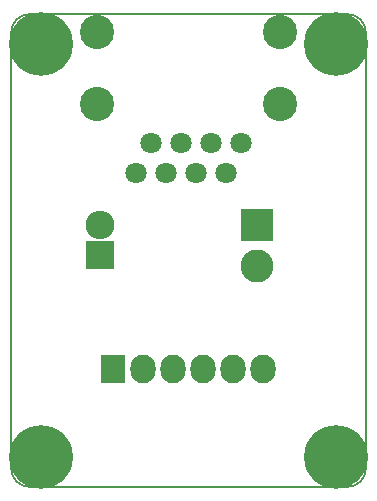
<source format=gbs>
G04 #@! TF.FileFunction,Soldermask,Bot*
%FSLAX46Y46*%
G04 Gerber Fmt 4.6, Leading zero omitted, Abs format (unit mm)*
G04 Created by KiCad (PCBNEW 4.0.2+dfsg1-stable) date Fr 03 Aug 2018 15:40:32 CEST*
%MOMM*%
G01*
G04 APERTURE LIST*
%ADD10C,0.100000*%
%ADD11C,0.150000*%
%ADD12C,5.400000*%
%ADD13O,2.127200X2.432000*%
%ADD14R,2.127200X2.432000*%
%ADD15R,2.432000X2.432000*%
%ADD16O,2.432000X2.432000*%
%ADD17C,2.800000*%
%ADD18R,2.800000X2.800000*%
%ADD19C,2.900000*%
%ADD20C,1.800000*%
G04 APERTURE END LIST*
D10*
D11*
X136500000Y-90000000D02*
G75*
G03X135000000Y-91500000I0J-1500000D01*
G01*
X165000000Y-91500000D02*
G75*
G03X163500000Y-90000000I-1500000J0D01*
G01*
X163500000Y-130000000D02*
G75*
G03X165000000Y-128500000I0J1500000D01*
G01*
X135000000Y-128500000D02*
G75*
G03X136500000Y-130000000I1500000J0D01*
G01*
X135000000Y-91500000D02*
X135000000Y-128500000D01*
X163500000Y-130000000D02*
X136500000Y-130000000D01*
X165000000Y-91500000D02*
X165000000Y-128500000D01*
X136500000Y-90000000D02*
X163500000Y-90000000D01*
D12*
X137500000Y-127500000D03*
X162500000Y-127500000D03*
X162500000Y-92500000D03*
D13*
X156337000Y-120015000D03*
X153797000Y-120015000D03*
X151257000Y-120015000D03*
X148717000Y-120015000D03*
X146177000Y-120015000D03*
D14*
X143637000Y-120015000D03*
D15*
X142494000Y-110363000D03*
D16*
X142494000Y-107823000D03*
D17*
X155764000Y-111351000D03*
D18*
X155764000Y-107851000D03*
D12*
X137500000Y-92500000D03*
D19*
X157762400Y-91539600D03*
X142262400Y-91539600D03*
D20*
X151917400Y-100929600D03*
X154457400Y-100929600D03*
X153187400Y-103469600D03*
X150647400Y-103469600D03*
X149377400Y-100929600D03*
X148107400Y-103469600D03*
X146837400Y-100929600D03*
X145567400Y-103469600D03*
D19*
X157762400Y-97639600D03*
X142262400Y-97639600D03*
M02*

</source>
